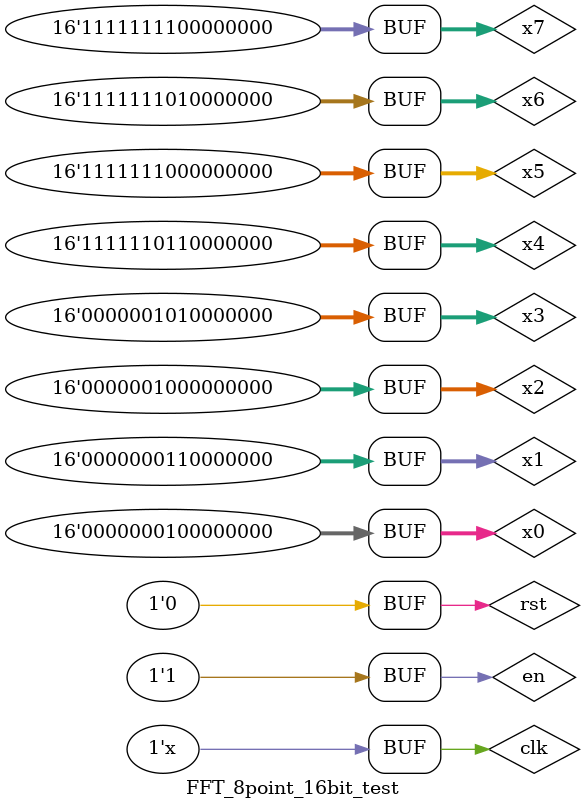
<source format=v>
`timescale 1ns / 1ps


module FFT_8point_16bit_test;

	// Inputs
	reg [15:0] x0;
	reg [15:0] x1;
	reg [15:0] x2;
	reg [15:0] x3;
	reg [15:0] x4;
	reg [15:0] x5;
	reg [15:0] x6;
	reg [15:0] x7;
	reg en;
	reg clk;
	reg rst;

	// Outputs
	wire [15:0] r7;
	wire [15:0] r6;
	wire [15:0] r5;
	wire [15:0] r4;
	wire [15:0] r3;
	wire [15:0] r2;
	wire [15:0] r1;
	wire [15:0] r0;
	wire [15:0] i7;
	wire [15:0] i6;
	wire [15:0] i5;
	wire [15:0] i4;
	wire [15:0] i3;
	wire [15:0] i2;
	wire [15:0] i1;
	wire [15:0] i0;

	// Instantiate the Unit Under Test (UUT)
	FFT_8point_16bit uut (
		.x0(x0), 
		.x1(x1), 
		.x2(x2), 
		.x3(x3), 
		.x4(x4), 
		.x5(x5), 
		.x6(x6), 
		.x7(x7), 
		.en(en), 
		.clk(clk), 
		.rst(rst), 
		.r7(r7), 
		.r6(r6), 
		.r5(r5), 
		.r4(r4), 
		.r3(r3), 
		.r2(r2), 
		.r1(r1), 
		.r0(r0), 
		.i7(i7), 
		.i6(i6), 
		.i5(i5), 
		.i4(i4), 
		.i3(i3), 
		.i2(i2), 
		.i1(i1), 
		.i0(i0)
	);
	always #10 clk=~clk;
	initial begin
		// Initialize Inputs
		x0 = 256;
		x1 = 384;
		x2 = 512;
		x3 = 640;
		x4 = 64896;
		x5 = 65024;
		x6 = 65152;
		x7 = 65280;
		en = 1;
		clk = 0;
		rst = 0;

		// Wait 100 ns for global reset to finish
		#100;
        
		// Add stimulus here

	end
      
endmodule


</source>
